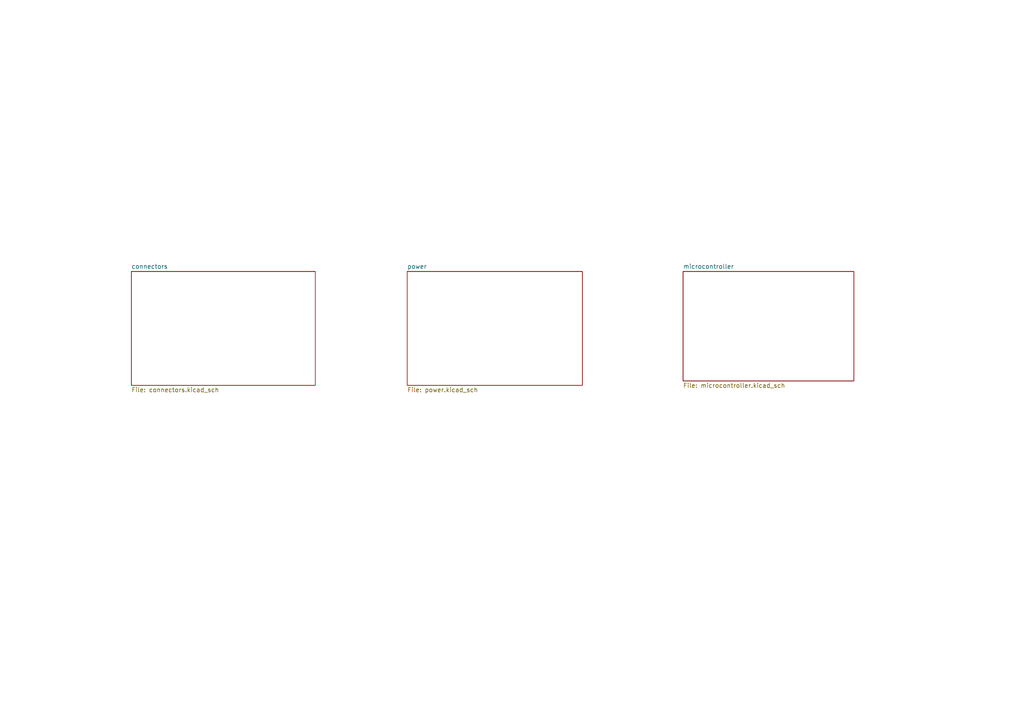
<source format=kicad_sch>
(kicad_sch
	(version 20231120)
	(generator "eeschema")
	(generator_version "8.0")
	(uuid "856885f2-6f46-4c40-9529-c8ec9ab48dce")
	(paper "A4")
	(lib_symbols)
	(sheet
		(at 38.1 78.74)
		(size 53.34 33.02)
		(fields_autoplaced yes)
		(stroke
			(width 0.1524)
			(type solid)
		)
		(fill
			(color 0 0 0 0.0000)
		)
		(uuid "562b8d7c-87b5-419b-9a10-da73b0ab4e4d")
		(property "Sheetname" "connectors"
			(at 38.1 78.0284 0)
			(effects
				(font
					(size 1.27 1.27)
				)
				(justify left bottom)
			)
		)
		(property "Sheetfile" "connectors.kicad_sch"
			(at 38.1 112.3446 0)
			(effects
				(font
					(size 1.27 1.27)
				)
				(justify left top)
			)
		)
		(instances
			(project "iot-contact"
				(path "/856885f2-6f46-4c40-9529-c8ec9ab48dce"
					(page "3")
				)
			)
		)
	)
	(sheet
		(at 118.11 78.74)
		(size 50.8 33.02)
		(fields_autoplaced yes)
		(stroke
			(width 0.1524)
			(type solid)
		)
		(fill
			(color 0 0 0 0.0000)
		)
		(uuid "5a8e5d47-76b9-476b-9597-6cb603197bd2")
		(property "Sheetname" "power"
			(at 118.11 78.0284 0)
			(effects
				(font
					(size 1.27 1.27)
				)
				(justify left bottom)
			)
		)
		(property "Sheetfile" "power.kicad_sch"
			(at 118.11 112.3446 0)
			(effects
				(font
					(size 1.27 1.27)
				)
				(justify left top)
			)
		)
		(instances
			(project "iot-contact"
				(path "/856885f2-6f46-4c40-9529-c8ec9ab48dce"
					(page "4")
				)
			)
		)
	)
	(sheet
		(at 198.12 78.74)
		(size 49.53 31.75)
		(fields_autoplaced yes)
		(stroke
			(width 0.1524)
			(type solid)
		)
		(fill
			(color 0 0 0 0.0000)
		)
		(uuid "bfc23983-2e62-429d-ab68-83d0a8643b81")
		(property "Sheetname" "microcontroller"
			(at 198.12 78.0284 0)
			(effects
				(font
					(size 1.27 1.27)
				)
				(justify left bottom)
			)
		)
		(property "Sheetfile" "microcontroller.kicad_sch"
			(at 198.12 111.0746 0)
			(effects
				(font
					(size 1.27 1.27)
				)
				(justify left top)
			)
		)
		(instances
			(project "iot-contact"
				(path "/856885f2-6f46-4c40-9529-c8ec9ab48dce"
					(page "2")
				)
			)
		)
	)
	(sheet_instances
		(path "/"
			(page "1")
		)
	)
)

</source>
